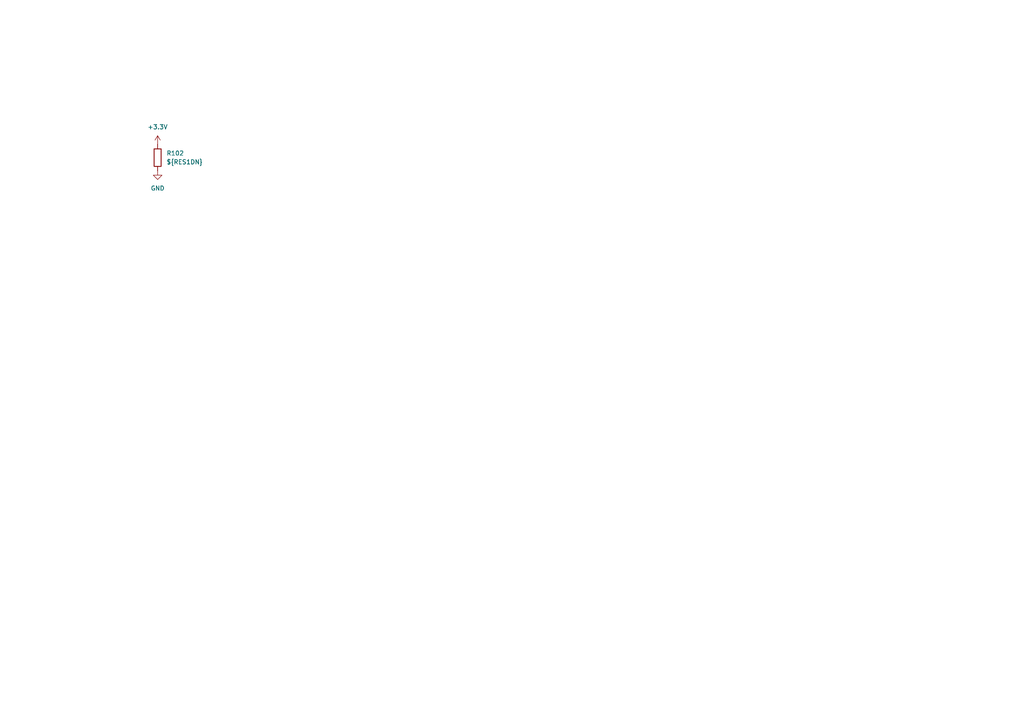
<source format=kicad_sch>
(kicad_sch (version 20250114) (generator "eeschema") (generator_version "9.0")
  (paper "A4")
  (lib_symbols
    (symbol "Device:R" (pin_numbers (hide yes)) (pin_names (offset 0))
      (property "Reference" "R" (at 2.032 0 90))
      (property "Value" "R" (at 0 0 90))
      (symbol "R_0_1"
        (rectangle (start -1.016 -2.54) (end 1.016 2.54) (stroke (width 0.254)))
      )
      (symbol "R_1_1"
        (pin passive line (at 0 3.81 270) (length 1.27) (name "~") (number "1"))
        (pin passive line (at 0 -3.81 90) (length 1.27) (name "~") (number "2"))
      )
    )
    (symbol "power:+3.3V" (power) (pin_numbers (hide yes)) (pin_names (offset 0) (hide yes))
      (property "Value" "+3.3V" (at 0 3.556 0))
      (symbol "+3.3V_0_1"
        (polyline (pts (xy -0.762 1.27) (xy 0 2.54)))
        (polyline (pts (xy 0 2.54) (xy 0.762 1.27)))
        (polyline (pts (xy 0 0) (xy 0 2.54)))
      )
      (symbol "+3.3V_1_1"
        (pin power_in line (at 0 0 90) (length 0) (name "~") (number "1"))
      )
    )
    (symbol "power:GND" (power) (pin_numbers (hide yes)) (pin_names (offset 0) (hide yes))
      (property "Value" "GND" (at 0 -3.81 0))
      (symbol "GND_0_1"
        (polyline (pts (xy 0 0) (xy 0 -1.27) (xy 1.27 -1.27) (xy 0 -2.54) (xy -1.27 -1.27) (xy 0 -1.27)))
      )
      (symbol "GND_1_1"
        (pin power_in line (at 0 0 270) (length 0) (name "~") (number "1"))
      )
    )
  )
  (symbol (lib_id "power:GND") (at 45.72 49.53 0) (unit 1)
    (property "Reference" "#PWR02" (effects (hide yes)))
    (property "Value" "GND" (at 45.72 54.61 0))
    (property "Description" "Power symbol creates a global label with name \"GND\" , ground" (effects (hide yes)))
    (instances (project "issue22010" (path "" (reference "#PWR04") (unit 1)) (path "" (reference "#PWR02") (unit 1))))
  )
  (symbol (lib_id "power:+3.3V") (at 45.72 41.91 0) (unit 1)
    (property "Reference" "#PWR01" (effects (hide yes)))
    (property "Value" "+3.3V" (at 45.72 36.83 0))
    (property "Description" "Power symbol creates a global label with name \"+3.3V\"" (effects (hide yes)))
    (instances (project "issue22010" (path "" (reference "#PWR03") (unit 1)) (path "" (reference "#PWR01") (unit 1))))
  )
  (symbol (lib_id "Device:R") (at 45.72 45.72 0) (unit 1)
    (property "Reference" "R101" (at 48.26 44.4499 0) (effects (justify left)))
    (property "Value" "${RES1DN}" (at 48.26 46.9899 0) (effects (justify left)))
    (property "Description" "Resistor" (effects (hide yes)))
    (instances (project "issue22010" (path "" (reference "R102") (unit 1)) (path "" (reference "R101") (unit 1))))
  )
)
</source>
